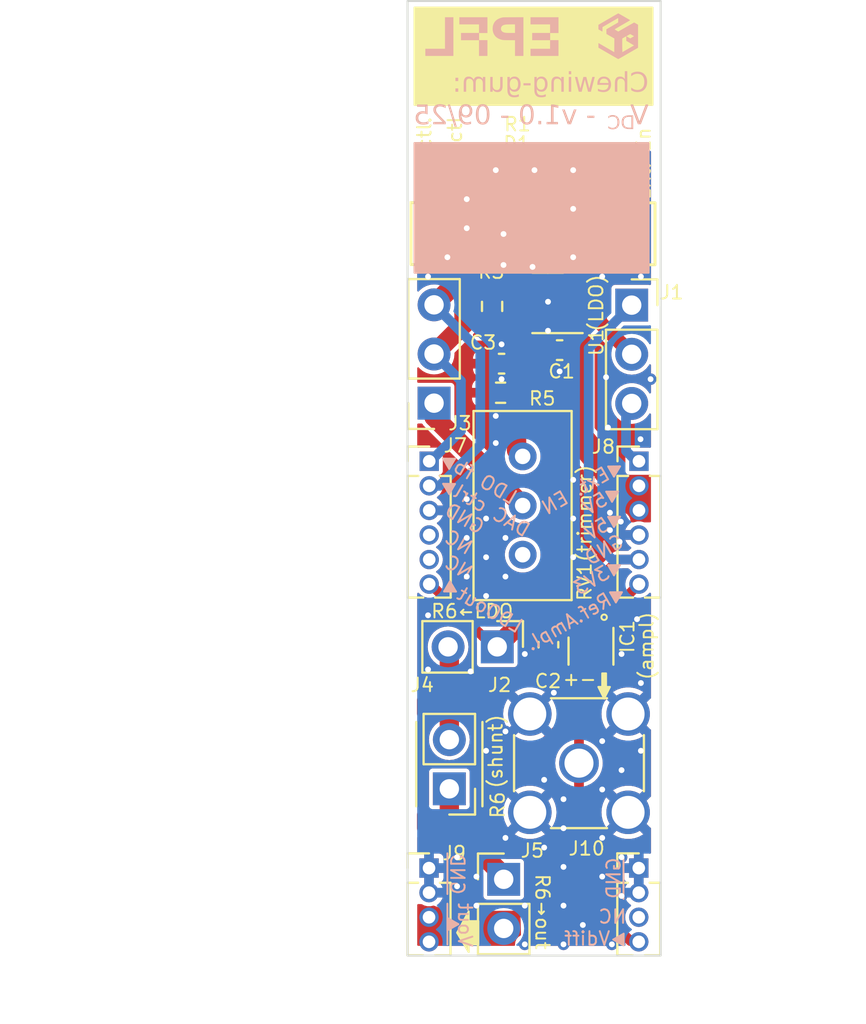
<source format=kicad_pcb>
(kicad_pcb (version 20240108) (generator "pcbnew") (generator_version "8.0")
  (layers (0 "F.Cu" signal) (31 "B.Cu" signal) (34 "B.Paste" user) (35 "F.Paste" user) (36 "B.SilkS" user "B.Silkscreen") (37 "F.SilkS" user "F.Silkscreen") (38 "B.Mask" user) (39 "F.Mask" user) (44 "Edge.Cuts" user))
  (net 0 "")
  (net 1 "GND")
  (net 2 "Net-(D1-K)")
  (net 3 "Net-(D1-A)")
  (net 4 "/5V")
  (net 5 "/REF_INA")
  (net 6 "/3V3")
  (net 7 "/LDO_EN_EXT")
  (net 8 "Net-(J3-Pin_1)")
  (net 9 "Net-(R5-Pad1)")
  (net 13 "/V_ldo_out")
  (net 14 "/V_out_test_p")
  (net 15 "/V_out")
  (net 16 "/V_out_test_n")
  (net 17 "/V_diff_ampl_out")
  (net 18 "unconnected-(J10-Pin_3-Pad3)")
  (net 19 "/V_ldo_feedback")
  (net 20 "/DAC_ctrl")
  (footprint "Package_TO_SOT_SMD:SOT-23-5" (layer "F.Cu") (at 141.19 72.86 180)
    (property "Reference" "U1" (at -2.51 -2.04 -90) (layer "F.SilkS") (effects (font (size 0.7 0.7) (thickness 0.1))))
    (property "Value" "TLV75801PDBV")
    (pad "1" smd roundrect (at -1.1375 -0.95 180) (size 1.325 0.6) (layers "F.Cu" "F.Paste" "F.Mask") (net 4 "/5V"))
    (pad "2" smd roundrect (at -1.1375 0 180) (size 1.325 0.6) (layers "F.Cu" "F.Paste" "F.Mask") (net 1 "GND"))
    (pad "3" smd roundrect (at -1.1375 0.95 180) (size 1.325 0.6) (layers "F.Cu" "F.Paste" "F.Mask") (net 3 "Net-(D1-A)"))
    (pad "4" smd roundrect (at 1.1375 0.95 180) (size 1.325 0.6) (layers "F.Cu" "F.Paste" "F.Mask") (net 19 "/V_ldo_feedback"))
    (pad "5" smd roundrect (at 1.1375 -0.95 180) (size 1.325 0.6) (layers "F.Cu" "F.Paste" "F.Mask") (net 13 "/V_ldo_out"))
  )
  (footprint "Connector_PinHeader_1.27mm:PinHeader_1x06_P1.27mm_Vertical" (layer "F.Cu") (at 145.9 81.04)
    (property "Reference" "J8" (at -1.84 -0.75 0) (layer "F.SilkS") (effects (font (size 0.7 0.7) (thickness 0.1))))
    (property "Value" "Conn_01x06")
    (pad "1" thru_hole rect (at 0 0) (size 1 1) (drill 0.65) (layers "*.Cu" "*.Mask" "In1.Cu" "In2.Cu" "In3.Cu" "In4.Cu" "In5.Cu" "In6.Cu" "In7.Cu" "In8.Cu" "In9.Cu" "In10.Cu" "In11.Cu" "In12.Cu" "In13.Cu" "In14.Cu" "In15.Cu" "In16.Cu" "In17.Cu" "In18.Cu" "In19.Cu" "In20.Cu" "In21.Cu" "In22.Cu" "In23.Cu" "In24.Cu" "In25.Cu" "In26.Cu" "In27.Cu" "In28.Cu" "In29.Cu" "In30.Cu") (net 7 "/LDO_EN_EXT"))
    (pad "2" thru_hole oval (at 0 1.27) (size 1 1) (drill 0.65) (layers "*.Cu" "*.Mask" "In1.Cu" "In2.Cu" "In3.Cu" "In4.Cu" "In5.Cu" "In6.Cu" "In7.Cu" "In8.Cu" "In9.Cu" "In10.Cu" "In11.Cu" "In12.Cu" "In13.Cu" "In14.Cu" "In15.Cu" "In16.Cu" "In17.Cu" "In18.Cu" "In19.Cu" "In20.Cu" "In21.Cu" "In22.Cu" "In23.Cu" "In24.Cu" "In25.Cu" "In26.Cu" "In27.Cu" "In28.Cu" "In29.Cu" "In30.Cu") (net 4 "/5V"))
    (pad "3" thru_hole oval (at 0 2.54) (size 1 1) (drill 0.65) (layers "*.Cu" "*.Mask" "In1.Cu" "In2.Cu" "In3.Cu" "In4.Cu" "In5.Cu" "In6.Cu" "In7.Cu" "In8.Cu" "In9.Cu" "In10.Cu" "In11.Cu" "In12.Cu" "In13.Cu" "In14.Cu" "In15.Cu" "In16.Cu" "In17.Cu" "In18.Cu" "In19.Cu" "In20.Cu" "In21.Cu" "In22.Cu" "In23.Cu" "In24.Cu" "In25.Cu" "In26.Cu" "In27.Cu" "In28.Cu" "In29.Cu" "In30.Cu") (net 4 "/5V"))
    (pad "4" thru_hole oval (at 0 3.81) (size 1 1) (drill 0.65) (layers "*.Cu" "*.Mask" "In1.Cu" "In2.Cu" "In3.Cu" "In4.Cu" "In5.Cu" "In6.Cu" "In7.Cu" "In8.Cu" "In9.Cu" "In10.Cu" "In11.Cu" "In12.Cu" "In13.Cu" "In14.Cu" "In15.Cu" "In16.Cu" "In17.Cu" "In18.Cu" "In19.Cu" "In20.Cu" "In21.Cu" "In22.Cu" "In23.Cu" "In24.Cu" "In25.Cu" "In26.Cu" "In27.Cu" "In28.Cu" "In29.Cu" "In30.Cu") (net 1 "GND"))
    (pad "5" thru_hole oval (at 0 5.08) (size 1 1) (drill 0.65) (layers "*.Cu" "*.Mask" "In1.Cu" "In2.Cu" "In3.Cu" "In4.Cu" "In5.Cu" "In6.Cu" "In7.Cu" "In8.Cu" "In9.Cu" "In10.Cu" "In11.Cu" "In12.Cu" "In13.Cu" "In14.Cu" "In15.Cu" "In16.Cu" "In17.Cu" "In18.Cu" "In19.Cu" "In20.Cu" "In21.Cu" "In22.Cu" "In23.Cu" "In24.Cu" "In25.Cu" "In26.Cu" "In27.Cu" "In28.Cu" "In29.Cu" "In30.Cu") (net 6 "/3V3"))
    (pad "6" thru_hole oval (at 0 6.35) (size 1 1) (drill 0.65) (layers "*.Cu" "*.Mask" "In1.Cu" "In2.Cu" "In3.Cu" "In4.Cu" "In5.Cu" "In6.Cu" "In7.Cu" "In8.Cu" "In9.Cu" "In10.Cu" "In11.Cu" "In12.Cu" "In13.Cu" "In14.Cu" "In15.Cu" "In16.Cu" "In17.Cu" "In18.Cu" "In19.Cu" "In20.Cu" "In21.Cu" "In22.Cu" "In23.Cu" "In24.Cu" "In25.Cu" "In26.Cu" "In27.Cu" "In28.Cu" "In29.Cu" "In30.Cu") (net 5 "/REF_INA"))
  )
  (footprint "Potentiometer_THT:Potentiometer_Bourns_3296W_Vertical" (layer "F.Cu") (at 139.89 85.87 -90)
    (property "Reference" "RV1" (at 1.4 -3.2 90) (layer "F.SilkS") (effects (font (size 0.7 0.7) (thickness 0.1))))
    (property "Value" "500K")
    (pad "1" thru_hole circle (at 0 0 270) (size 1.44 1.44) (drill 0.8) (layers "*.Cu" "*.Mask" "In1.Cu" "In2.Cu" "In3.Cu" "In4.Cu" "In5.Cu" "In6.Cu" "In7.Cu" "In8.Cu" "In9.Cu" "In10.Cu" "In11.Cu" "In12.Cu" "In13.Cu" "In14.Cu" "In15.Cu" "In16.Cu" "In17.Cu" "In18.Cu" "In19.Cu" "In20.Cu" "In21.Cu" "In22.Cu" "In23.Cu" "In24.Cu" "In25.Cu" "In26.Cu" "In27.Cu" "In28.Cu" "In29.Cu" "In30.Cu"))
    (pad "2" thru_hole circle (at -2.54 0 270) (size 1.44 1.44) (drill 0.8) (layers "*.Cu" "*.Mask" "In1.Cu" "In2.Cu" "In3.Cu" "In4.Cu" "In5.Cu" "In6.Cu" "In7.Cu" "In8.Cu" "In9.Cu" "In10.Cu" "In11.Cu" "In12.Cu" "In13.Cu" "In14.Cu" "In15.Cu" "In16.Cu" "In17.Cu" "In18.Cu" "In19.Cu" "In20.Cu" "In21.Cu" "In22.Cu" "In23.Cu" "In24.Cu" "In25.Cu" "In26.Cu" "In27.Cu" "In28.Cu" "In29.Cu" "In30.Cu") (net 8 "Net-(J3-Pin_1)"))
    (pad "3" thru_hole circle (at -5.08 0 270) (size 1.44 1.44) (drill 0.8) (layers "*.Cu" "*.Mask" "In1.Cu" "In2.Cu" "In3.Cu" "In4.Cu" "In5.Cu" "In6.Cu" "In7.Cu" "In8.Cu" "In9.Cu" "In10.Cu" "In11.Cu" "In12.Cu" "In13.Cu" "In14.Cu" "In15.Cu" "In16.Cu" "In17.Cu" "In18.Cu" "In19.Cu" "In20.Cu" "In21.Cu" "In22.Cu" "In23.Cu" "In24.Cu" "In25.Cu" "In26.Cu" "In27.Cu" "In28.Cu" "In29.Cu" "In30.Cu") (net 9 "Net-(R5-Pad1)"))
  )
  (footprint "Resistor_SMD:R_0603_1608Metric" (layer "F.Cu") (at 138.75 77.5 180)
    (property "Reference" "R5" (at -2.15 -0.3 180) (layer "F.SilkS") (effects (font (size 0.7 0.7) (thickness 0.1))))
    (property "Value" "36k")
    (pad "1" smd roundrect (at -0.825 0 180) (size 0.8 0.95) (layers "F.Cu" "F.Paste" "F.Mask") (net 9 "Net-(R5-Pad1)"))
    (pad "2" smd roundrect (at 0.825 0 180) (size 0.8 0.95) (layers "F.Cu" "F.Paste" "F.Mask") (net 1 "GND"))
  )
  (footprint "Resistor_SMD:R_2512_6332Metric" (layer "F.Cu") (at 136.1 96.69 90)
    (property "Reference" "R6" (at -2.11 2.5 -90) (layer "F.SilkS") (effects (font (size 0.7 0.7) (thickness 0.1))))
    (property "Value" "0.02")
    (pad "1" smd roundrect (at -2.9625 0 90) (size 1.225 3.35) (layers "F.Cu" "F.Paste" "F.Mask") (roundrect_rratio 0.2040816327) (net 16 "/V_out_test_n"))
    (pad "2" smd roundrect (at 2.9625 0 90) (size 1.225 3.35) (layers "F.Cu" "F.Paste" "F.Mask") (roundrect_rratio 0.2040816327) (net 14 "/V_out_test_p"))
  )
  (footprint "Resistor_SMD:R_0603_1608Metric" (layer "F.Cu") (at 138.31 73.04 -90)
    (property "Reference" "R3" (at -1.79 0.04 0) (layer "F.SilkS") (effects (font (size 0.7 0.7) (thickness 0.1))))
    (property "Value" "46k4")
    (pad "1" smd roundrect (at -0.825 0 270) (size 0.8 0.95) (layers "F.Cu" "F.Paste" "F.Mask") (net 19 "/V_ldo_feedback"))
    (pad "2" smd roundrect (at 0.825 0 270) (size 0.8 0.95) (layers "F.Cu" "F.Paste" "F.Mask") (net 13 "/V_ldo_out"))
  )
  (footprint "Resistor_SMD:R_0603_1608Metric" (layer "F.Cu") (at 140.52 67)
    (property "Reference" "R1" (at -0.9 -3.37 180) (layer "F.SilkS") (effects (font (size 0.7 0.7) (thickness 0.1))))
    (property "Value" "1k")
    (pad "1" smd roundrect (at -0.825 0) (size 0.8 0.95) (layers "F.Cu" "F.Paste" "F.Mask") (net 2 "Net-(D1-K)"))
    (pad "2" smd roundrect (at 0.825 0) (size 0.8 0.95) (layers "F.Cu" "F.Paste" "F.Mask") (net 1 "GND"))
  )
  (footprint "Connector_Coaxial:SMA_Amphenol_901-144_Vertical" (layer "F.Cu") (at 142.8 96.64)
    (property "Reference" "J2" (at -4.1 -4.04 0) (layer "F.SilkS") (effects (font (size 0.7 0.7) (thickness 0.1))))
    (property "Value" "Conn_Coaxial")
    (pad "1" thru_hole circle (at 0 0) (size 2.05 2.05) (drill 1.5) (layers "*.Cu" "*.Mask" "In1.Cu" "In2.Cu" "In3.Cu" "In4.Cu" "In5.Cu" "In6.Cu" "In7.Cu" "In8.Cu" "In9.Cu" "In10.Cu" "In11.Cu" "In12.Cu" "In13.Cu" "In14.Cu" "In15.Cu" "In16.Cu" "In17.Cu" "In18.Cu" "In19.Cu" "In20.Cu" "In21.Cu" "In22.Cu" "In23.Cu" "In24.Cu" "In25.Cu" "In26.Cu" "In27.Cu" "In28.Cu" "In29.Cu" "In30.Cu") (net 17 "/V_diff_ampl_out"))
    (pad "2" thru_hole circle (at -2.54 -2.54) (size 2.25 2.25) (drill 1.7) (layers "*.Cu" "*.Mask" "In1.Cu" "In2.Cu" "In3.Cu" "In4.Cu" "In5.Cu" "In6.Cu" "In7.Cu" "In8.Cu" "In9.Cu" "In10.Cu" "In11.Cu" "In12.Cu" "In13.Cu" "In14.Cu" "In15.Cu" "In16.Cu" "In17.Cu" "In18.Cu" "In19.Cu" "In20.Cu" "In21.Cu" "In22.Cu" "In23.Cu" "In24.Cu" "In25.Cu" "In26.Cu" "In27.Cu" "In28.Cu" "In29.Cu" "In30.Cu") (net 1 "GND"))
    (pad "2" thru_hole circle (at -2.54 2.54) (size 2.25 2.25) (drill 1.7) (layers "*.Cu" "*.Mask" "In1.Cu" "In2.Cu" "In3.Cu" "In4.Cu" "In5.Cu" "In6.Cu" "In7.Cu" "In8.Cu" "In9.Cu" "In10.Cu" "In11.Cu" "In12.Cu" "In13.Cu" "In14.Cu" "In15.Cu" "In16.Cu" "In17.Cu" "In18.Cu" "In19.Cu" "In20.Cu" "In21.Cu" "In22.Cu" "In23.Cu" "In24.Cu" "In25.Cu" "In26.Cu" "In27.Cu" "In28.Cu" "In29.Cu" "In30.Cu") (net 1 "GND"))
    (pad "2" thru_hole circle (at 2.54 -2.54) (size 2.25 2.25) (drill 1.7) (layers "*.Cu" "*.Mask" "In1.Cu" "In2.Cu" "In3.Cu" "In4.Cu" "In5.Cu" "In6.Cu" "In7.Cu" "In8.Cu" "In9.Cu" "In10.Cu" "In11.Cu" "In12.Cu" "In13.Cu" "In14.Cu" "In15.Cu" "In16.Cu" "In17.Cu" "In18.Cu" "In19.Cu" "In20.Cu" "In21.Cu" "In22.Cu" "In23.Cu" "In24.Cu" "In25.Cu" "In26.Cu" "In27.Cu" "In28.Cu" "In29.Cu" "In30.Cu") (net 1 "GND"))
    (pad "2" thru_hole circle (at 2.54 2.54) (size 2.25 2.25) (drill 1.7) (layers "*.Cu" "*.Mask" "In1.Cu" "In2.Cu" "In3.Cu" "In4.Cu" "In5.Cu" "In6.Cu" "In7.Cu" "In8.Cu" "In9.Cu" "In10.Cu" "In11.Cu" "In12.Cu" "In13.Cu" "In14.Cu" "In15.Cu" "In16.Cu" "In17.Cu" "In18.Cu" "In19.Cu" "In20.Cu" "In21.Cu" "In22.Cu" "In23.Cu" "In24.Cu" "In25.Cu" "In26.Cu" "In27.Cu" "In28.Cu" "In29.Cu" "In30.Cu") (net 1 "GND"))
  )
  (footprint "Capacitor_SMD:C_0603_1608Metric" (layer "F.Cu") (at 138.8 76 180)
    (property "Reference" "C3" (at 0.96 1.09 180) (layer "F.SilkS") (effects (font (size 0.7 0.7) (thickness 0.1))))
    (property "Value" "22u")
    (pad "1" smd roundrect (at -0.775 0 180) (size 0.9 0.95) (layers "F.Cu" "F.Paste" "F.Mask") (net 13 "/V_ldo_out"))
    (pad "2" smd roundrect (at 0.775 0 180) (size 0.9 0.95) (layers "F.Cu" "F.Paste" "F.Mask") (net 1 "GND"))
  )
  (footprint "Package_TO_SOT_SMD:SOT-363_SC-70-6" (layer "F.Cu") (at 143.42 90.85 -90)
    (property "Reference" "IC1" (at -0.75 -1.88 -90) (layer "F.SilkS") (effects (font (size 0.7 0.7) (thickness 0.1))))
    (property "Value" "INA212AIDCKR")
    (pad "1" smd rect (at -0.95 -0.65 270) (size 0.65 0.4) (layers "F.Cu" "F.Paste" "F.Mask") (net 5 "/REF_INA"))
    (pad "2" smd rect (at -0.949999 0 270) (size 0.65 0.4) (layers "F.Cu" "F.Paste" "F.Mask") (net 1 "GND"))
    (pad "3" smd rect (at -0.95 0.65 270) (size 0.65 0.4) (layers "F.Cu" "F.Paste" "F.Mask") (net 6 "/3V3"))
    (pad "4" smd rect (at 0.95 0.65 270) (size 0.65 0.4) (layers "F.Cu" "F.Paste" "F.Mask") (net 14 "/V_out_test_p"))
    (pad "5" smd rect (at 0.949999 0 270) (size 0.65 0.4) (layers "F.Cu" "F.Paste" "F.Mask") (net 16 "/V_out_test_n"))
    (pad "6" smd rect (at 0.95 -0.65 270) (size 0.65 0.4) (layers "F.Cu" "F.Paste" "F.Mask") (net 17 "/V_diff_ampl_out"))
  )
  (footprint "Capacitor_SMD:C_0603_1608Metric" (layer "F.Cu") (at 141.22 90.52 -90)
    (property "Reference" "C2" (at 1.88 0.02 0) (layer "F.SilkS") (effects (font (size 0.7 0.7) (thickness 0.1))))
    (property "Value" "0.1u")
    (pad "1" smd roundrect (at -0.775 0 270) (size 0.9 0.95) (layers "F.Cu" "F.Paste" "F.Mask") (net 6 "/3V3"))
    (pad "2" smd roundrect (at 0.775 0 270) (size 0.9 0.95) (layers "F.Cu" "F.Paste" "F.Mask") (net 1 "GND"))
  )
  (footprint "Connector_PinSocket_2.54mm:PinSocket_1x03_P2.54mm_Vertical" (layer "F.Cu") (at 145.525 72.975)
    (property "Reference" "J1" (at 2.07 -0.66 360) (layer "F.SilkS") (effects (font (size 0.7 0.7) (thickness 0.1))))
    (property "Value" "Conn_01x03")
    (pad "1" thru_hole rect (at 0 0) (size 1.7 1.7) (drill 1) (layers "*.Cu" "*.Mask" "In1.Cu" "In2.Cu" "In3.Cu" "In4.Cu" "In5.Cu" "In6.Cu" "In7.Cu" "In8.Cu" "In9.Cu" "In10.Cu" "In11.Cu" "In12.Cu" "In13.Cu" "In14.Cu" "In15.Cu" "In16.Cu" "In17.Cu" "In18.Cu" "In19.Cu" "In20.Cu" "In21.Cu" "In22.Cu" "In23.Cu" "In24.Cu" "In25.Cu" "In26.Cu" "In27.Cu" "In28.Cu" "In29.Cu" "In30.Cu") (net 6 "/3V3"))
    (pad "2" thru_hole oval (at 0 2.54) (size 1.7 1.7) (drill 1) (layers "*.Cu" "*.Mask" "In1.Cu" "In2.Cu" "In3.Cu" "In4.Cu" "In5.Cu" "In6.Cu" "In7.Cu" "In8.Cu" "In9.Cu" "In10.Cu" "In11.Cu" "In12.Cu" "In13.Cu" "In14.Cu" "In15.Cu" "In16.Cu" "In17.Cu" "In18.Cu" "In19.Cu" "In20.Cu" "In21.Cu" "In22.Cu" "In23.Cu" "In24.Cu" "In25.Cu" "In26.Cu" "In27.Cu" "In28.Cu" "In29.Cu" "In30.Cu") (net 3 "Net-(D1-A)"))
    (pad "3" thru_hole oval (at 0 5.08) (size 1.7 1.7) (drill 1) (layers "*.Cu" "*.Mask" "In1.Cu" "In2.Cu" "In3.Cu" "In4.Cu" "In5.Cu" "In6.Cu" "In7.Cu" "In8.Cu" "In9.Cu" "In10.Cu" "In11.Cu" "In12.Cu" "In13.Cu" "In14.Cu" "In15.Cu" "In16.Cu" "In17.Cu" "In18.Cu" "In19.Cu" "In20.Cu" "In21.Cu" "In22.Cu" "In23.Cu" "In24.Cu" "In25.Cu" "In26.Cu" "In27.Cu" "In28.Cu" "In29.Cu" "In30.Cu") (net 7 "/LDO_EN_EXT"))
  )
  (footprint "Connector_PinHeader_2.54mm:PinHeader_1x02_P2.54mm_Vertical" (layer "F.Cu") (at 138.575 90.63 -90)
    (property "Reference" "J4" (at 1.97 3.875 0) (layer "F.SilkS") (effects (font (size 0.7 0.7) (thickness 0.1))))
    (property "Value" "Conn_02x01")
    (pad "1" thru_hole rect (at 0 0 270) (size 1.7 1.7) (drill 1) (layers "*.Cu" "*.Mask" "In1.Cu" "In2.Cu" "In3.Cu" "In4.Cu" "In5.Cu" "In6.Cu" "In7.Cu" "In8.Cu" "In9.Cu" "In10.Cu" "In11.Cu" "In12.Cu" "In13.Cu" "In14.Cu" "In15.Cu" "In16.Cu" "In17.Cu" "In18.Cu" "In19.Cu" "In20.Cu" "In21.Cu" "In22.Cu" "In23.Cu" "In24.Cu" "In25.Cu" "In26.Cu" "In27.Cu" "In28.Cu" "In29.Cu" "In30.Cu") (net 13 "/V_ldo_out"))
    (pad "2" thru_hole oval (at 0 2.54 270) (size 1.7 1.7) (drill 1) (layers "*.Cu" "*.Mask" "In1.Cu" "In2.Cu" "In3.Cu" "In4.Cu" "In5.Cu" "In6.Cu" "In7.Cu" "In8.Cu" "In9.Cu" "In10.Cu" "In11.Cu" "In12.Cu" "In13.Cu" "In14.Cu" "In15.Cu" "In16.Cu" "In17.Cu" "In18.Cu" "In19.Cu" "In20.Cu" "In21.Cu" "In22.Cu" "In23.Cu" "In24.Cu" "In25.Cu" "In26.Cu" "In27.Cu" "In28.Cu" "In29.Cu" "In30.Cu") (net 14 "/V_out_test_p"))
  )
  (footprint "Resistor_SMD:R_0603_1608Metric" (layer "F.Cu") (at 140.48 70.19 180)
    (property "Reference" "R2" (at 0.9 4.51 180) (layer "F.SilkS") (effects (font (size 0.7 0.7) (thickness 0.1))))
    (property "Value" "10k")
    (pad "1" smd roundrect (at -0.825 0 180) (size 0.8 0.95) (layers "F.Cu" "F.Paste" "F.Mask") (net 3 "Net-(D1-A)"))
    (pad "2" smd roundrect (at 0.825 0 180) (size 0.8 0.95) (layers "F.Cu" "F.Paste" "F.Mask") (net 1 "GND"))
  )
  (footprint "Connector_PinHeader_1.27mm:PinHeader_1x04_P1.27mm_Vertical" (layer "F.Cu") (at 145.89 102.06)
    (property "Reference" "J10" (at -2.69 -1.01 0) (layer "F.SilkS") (effects (font (size 0.7 0.7) (thickness 0.1))))
    (property "Value" "Conn_01x04")
    (pad "1" thru_hole rect (at 0 0) (size 1 1) (drill 0.65) (layers "*.Cu" "*.Mask" "In1.Cu" "In2.Cu" "In3.Cu" "In4.Cu" "In5.Cu" "In6.Cu" "In7.Cu" "In8.Cu" "In9.Cu" "In10.Cu" "In11.Cu" "In12.Cu" "In13.Cu" "In14.Cu" "In15.Cu" "In16.Cu" "In17.Cu" "In18.Cu" "In19.Cu" "In20.Cu" "In21.Cu" "In22.Cu" "In23.Cu" "In24.Cu" "In25.Cu" "In26.Cu" "In27.Cu" "In28.Cu" "In29.Cu" "In30.Cu") (net 1 "GND"))
    (pad "2" thru_hole oval (at 0 1.27) (size 1 1) (drill 0.65) (layers "*.Cu" "*.Mask" "In1.Cu" "In2.Cu" "In3.Cu" "In4.Cu" "In5.Cu" "In6.Cu" "In7.Cu" "In8.Cu" "In9.Cu" "In10.Cu" "In11.Cu" "In12.Cu" "In13.Cu" "In14.Cu" "In15.Cu" "In16.Cu" "In17.Cu" "In18.Cu" "In19.Cu" "In20.Cu" "In21.Cu" "In22.Cu" "In23.Cu" "In24.Cu" "In25.Cu" "In26.Cu" "In27.Cu" "In28.Cu" "In29.Cu" "In30.Cu") (net 1 "GND"))
    (pad "3" thru_hole oval (at 0 2.54) (size 1 1) (drill 0.65) (layers "*.Cu" "*.Mask" "In1.Cu" "In2.Cu" "In3.Cu" "In4.Cu" "In5.Cu" "In6.Cu" "In7.Cu" "In8.Cu" "In9.Cu" "In10.Cu" "In11.Cu" "In12.Cu" "In13.Cu" "In14.Cu" "In15.Cu" "In16.Cu" "In17.Cu" "In18.Cu" "In19.Cu" "In20.Cu" "In21.Cu" "In22.Cu" "In23.Cu" "In24.Cu" "In25.Cu" "In26.Cu" "In27.Cu" "In28.Cu" "In29.Cu" "In30.Cu") (net 18 "unconnected-(J10-Pin_3-Pad3)"))
    (pad "4" thru_hole oval (at 0 3.81) (size 1 1) (drill 0.65) (layers "*.Cu" "*.Mask" "In1.Cu" "In2.Cu" "In3.Cu" "In4.Cu" "In5.Cu" "In6.Cu" "In7.Cu" "In8.Cu" "In9.Cu" "In10.Cu" "In11.Cu" "In12.Cu" "In13.Cu" "In14.Cu" "In15.Cu" "In16.Cu" "In17.Cu" "In18.Cu" "In19.Cu" "In20.Cu" "In21.Cu" "In22.Cu" "In23.Cu" "In24.Cu" "In25.Cu" "In26.Cu" "In27.Cu" "In28.Cu" "In29.Cu" "In30.Cu") (net 17 "/V_diff_ampl_out"))
  )
  (footprint "Connector_PinSocket_2.54mm:PinSocket_1x03_P2.54mm_Vertical" (layer "F.Cu") (at 135.31 78.04 180)
    (property "Reference" "J3" (at -1.34 -1.04 0) (layer "F.SilkS") (effects (font (size 0.7 0.7) (thickness 0.1))))
    (property "Value" "Conn_01x03")
    (pad "1" thru_hole rect (at 0 0 180) (size 1.7 1.7) (drill 1) (layers "*.Cu" "*.Mask" "In1.Cu" "In2.Cu" "In3.Cu" "In4.Cu" "In5.Cu" "In6.Cu" "In7.Cu" "In8.Cu" "In9.Cu" "In10.Cu" "In11.Cu" "In12.Cu" "In13.Cu" "In14.Cu" "In15.Cu" "In16.Cu" "In17.Cu" "In18.Cu" "In19.Cu" "In20.Cu" "In21.Cu" "In22.Cu" "In23.Cu" "In24.Cu" "In25.Cu" "In26.Cu" "In27.Cu" "In28.Cu" "In29.Cu" "In30.Cu") (net 8 "Net-(J3-Pin_1)"))
    (pad "2" thru_hole oval (at 0 2.54 180) (size 1.7 1.7) (drill 1) (layers "*.Cu" "*.Mask" "In1.Cu" "In2.Cu" "In3.Cu" "In4.Cu" "In5.Cu" "In6.Cu" "In7.Cu" "In8.Cu" "In9.Cu" "In10.Cu" "In11.Cu" "In12.Cu" "In13.Cu" "In14.Cu" "In15.Cu" "In16.Cu" "In17.Cu" "In18.Cu" "In19.Cu" "In20.Cu" "In21.Cu" "In22.Cu" "In23.Cu" "In24.Cu" "In25.Cu" "In26.Cu" "In27.Cu" "In28.Cu" "In29.Cu" "In30.Cu") (net 19 "/V_ldo_feedback"))
    (pad "3" thru_hole oval (at 0 5.08 180) (size 1.7 1.7) (drill 1) (layers "*.Cu" "*.Mask" "In1.Cu" "In2.Cu" "In3.Cu" "In4.Cu" "In5.Cu" "In6.Cu" "In7.Cu" "In8.Cu" "In9.Cu" "In10.Cu" "In11.Cu" "In12.Cu" "In13.Cu" "In14.Cu" "In15.Cu" "In16.Cu" "In17.Cu" "In18.Cu" "In19.Cu" "In20.Cu" "In21.Cu" "In22.Cu" "In23.Cu" "In24.Cu" "In25.Cu" "In26.Cu" "In27.Cu" "In28.Cu" "In29.Cu" "In30.Cu") (net 20 "/DAC_ctrl"))
  )
  (footprint "Resistor_SMD:R_0603_1608Metric" (layer "F.Cu") (at 138.1 69.19 90)
    (property "Reference" "R4" (at 1.96 0.02 0) (layer "F.SilkS") (effects (font (size 0.7 0.7) (thickness 0.1))))
    (property "Value" "48.7k")
    (pad "1" smd roundrect (at -0.825 0 90) (size 0.8 0.95) (layers "F.Cu" "F.Paste" "F.Mask") (net 20 "/DAC_ctrl"))
    (pad "2" smd roundrect (at 0.825 0 90) (size 0.8 0.95) (layers "F.Cu" "F.Paste" "F.Mask") (net 1 "GND"))
  )
  (footprint "Capacitor_SMD:C_0603_1608Metric" (layer "F.Cu") (at 141.8 75.3 180)
    (property "Reference" "C1" (at -0.1 -1.1 180) (layer "F.SilkS") (effects (font (size 0.7 0.7) (thickness 0.1))))
    (property "Value" "10u")
    (pad "1" smd roundrect (at -0.775 0 180) (size 0.9 0.95) (layers "F.Cu" "F.Paste" "F.Mask") (net 4 "/5V"))
    (pad "2" smd roundrect (at 0.775 0 180) (size 0.9 0.95) (layers "F.Cu" "F.Paste" "F.Mask") (net 1 "GND"))
  )
  (footprint "Connector_PinHeader_2.54mm:PinHeader_1x02_P2.54mm_Vertical" (layer "F.Cu") (at 138.91 102.64)
    (property "Reference" "J5" (at 1.48 -1.48 180) (layer "F.SilkS") (effects (font (size 0.7 0.7) (thickness 0.1))))
    (property "Value" "Conn_02x01")
    (pad "1" thru_hole rect (at 0 0) (size 1.7 1.7) (drill 1) (layers "*.Cu" "*.Mask" "In1.Cu" "In2.Cu" "In3.Cu" "In4.Cu" "In5.Cu" "In6.Cu" "In7.Cu" "In8.Cu" "In9.Cu" "In10.Cu" "In11.Cu" "In12.Cu" "In13.Cu" "In14.Cu" "In15.Cu" "In16.Cu" "In17.Cu" "In18.Cu" "In19.Cu" "In20.Cu" "In21.Cu" "In22.Cu" "In23.Cu" "In24.Cu" "In25.Cu" "In26.Cu" "In27.Cu" "In28.Cu" "In29.Cu" "In30.Cu") (net 16 "/V_out_test_n"))
    (pad "2" thru_hole oval (at 0 2.54) (size 1.7 1.7) (drill 1) (layers "*.Cu" "*.Mask" "In1.Cu" "In2.Cu" "In3.Cu" "In4.Cu" "In5.Cu" "In6.Cu" "In7.Cu" "In8.Cu" "In9.Cu" "In10.Cu" "In11.Cu" "In12.Cu" "In13.Cu" "In14.Cu" "In15.Cu" "In16.Cu" "In17.Cu" "In18.Cu" "In19.Cu" "In20.Cu" "In21.Cu" "In22.Cu" "In23.Cu" "In24.Cu" "In25.Cu" "In26.Cu" "In27.Cu" "In28.Cu" "In29.Cu" "In30.Cu") (net 15 "/V_out"))
  )
  (footprint "Connector_PinHeader_1.27mm:PinHeader_1x04_P1.27mm_Vertical" (layer "F.Cu") (at 135.05 102.06)
    (property "Reference" "J9" (at 1.31 -0.77 0) (layer "F.SilkS") (effects (font (size 0.7 0.7) (thickness 0.1))))
    (property "Value" "Conn_01x04")
    (pad "1" thru_hole rect (at 0 0) (size 1 1) (drill 0.65) (layers "*.Cu" "*.Mask" "In1.Cu" "In2.Cu" "In3.Cu" "In4.Cu" "In5.Cu" "In6.Cu" "In7.Cu" "In8.Cu" "In9.Cu" "In10.Cu" "In11.Cu" "In12.Cu" "In13.Cu" "In14.Cu" "In15.Cu" "In16.Cu" "In17.Cu" "In18.Cu" "In19.Cu" "In20.Cu" "In21.Cu" "In22.Cu" "In23.Cu" "In24.Cu" "In25.Cu" "In26.Cu" "In27.Cu" "In28.Cu" "In29.Cu" "In30.Cu") (net 1 "GND"))
    (pad "2" thru_hole oval (at 0 1.27) (size 1 1) (drill 0.65) (layers "*.Cu" "*.Mask" "In1.Cu" "In2.Cu" "In3.Cu" "In4.Cu" "In5.Cu" "In6.Cu" "In7.Cu" "In8.Cu" "In9.Cu" "In10.Cu" "In11.Cu" "In12.Cu" "In13.Cu" "In14.Cu" "In15.Cu" "In16.Cu" "In17.Cu" "In18.Cu" "In19.Cu" "In20.Cu" "In21.Cu" "In22.Cu" "In23.Cu" "In24.Cu" "In25.Cu" "In26.Cu" "In27.Cu" "In28.Cu" "In29.Cu" "In30.Cu") (net 1 "GND"))
    (pad "3" thru_hole oval (at 0 2.54) (size 1 1) (drill 0.65) (layers "*.Cu" "*.Mask" "In1.Cu" "In2.Cu" "In3.Cu" "In4.Cu" "In5.Cu" "In6.Cu" "In7.Cu" "In8.Cu" "In9.Cu" "In10.Cu" "In11.Cu" "In12.Cu" "In13.Cu" "In14.Cu" "In15.Cu" "In16.Cu" "In17.Cu" "In18.Cu" "In19.Cu" "In20.Cu" "In21.Cu" "In22.Cu" "In23.Cu" "In24.Cu" "In25.Cu" "In26.Cu" "In27.Cu" "In28.Cu" "In29.Cu" "In30.Cu") (net 15 "/V_out"))
    (pad "4" thru_hole oval (at 0 3.81) (size 1 1) (drill 0.65) (layers "*.Cu" "*.Mask" "In1.Cu" "In2.Cu" "In3.Cu" "In4.Cu" "In5.Cu" "In6.Cu" "In7.Cu" "In8.Cu" "In9.Cu" "In10.Cu" "In11.Cu" "In12.Cu" "In13.Cu" "In14.Cu" "In15.Cu" "In16.Cu" "In17.Cu" "In18.Cu" "In19.Cu" "In20.Cu" "In21.Cu" "In22.Cu" "In23.Cu" "In24.Cu" "In25.Cu" "In26.Cu" "In27.Cu" "In28.Cu" "In29.Cu" "In30.Cu") (net 15 "/V_out"))
  )
  (footprint "LED_SMD:LED_0603_1608Metric" (layer "F.Cu") (at 140.5 68.62)
    (property "Reference" "D1" (at -0.92 -4 180) (layer "F.SilkS") (effects (font (size 0.7 0.7) (thickness 0.1))))
    (property "Value" "LED")
    (pad "1" smd roundrect (at -0.7875 0) (size 0.875 0.95) (layers "F.Cu" "F.Paste" "F.Mask") (net 2 "Net-(D1-K)"))
    (pad "2" smd roundrect (at 0.7875 0) (size 0.875 0.95) (layers "F.Cu" "F.Paste" "F.Mask") (net 3 "Net-(D1-A)"))
  )
  (footprint "Connector_PinHeader_2.54mm:PinHeader_1x02_P2.54mm_Vertical" (layer "F.Cu") (at 136.1 97.965 180)
    (property "Reference" "J11" (hide yes))
    (property "Value" "Conn_02x01")
    (pad "1" thru_hole rect (at 0 0 180) (size 1.7 1.7) (drill 1) (layers "*.Cu" "*.Mask" "In1.Cu" "In2.Cu" "In3.Cu" "In4.Cu" "In5.Cu" "In6.Cu" "In7.Cu" "In8.Cu" "In9.Cu" "In10.Cu" "In11.Cu" "In12.Cu" "In13.Cu" "In14.Cu" "In15.Cu" "In16.Cu" "In17.Cu" "In18.Cu" "In19.Cu" "In20.Cu" "In21.Cu" "In22.Cu" "In23.Cu" "In24.Cu" "In25.Cu" "In26.Cu" "In27.Cu" "In28.Cu" "In29.Cu" "In30.Cu") (net 16 "/V_out_test_n"))
    (pad "2" thru_hole oval (at 0 2.54 180) (size 1.7 1.7) (drill 1) (layers "*.Cu" "*.Mask" "In1.Cu" "In2.Cu" "In3.Cu" "In4.Cu" "In5.Cu" "In6.Cu" "In7.Cu" "In8.Cu" "In9.Cu" "In10.Cu" "In11.Cu" "In12.Cu" "In13.Cu" "In14.Cu" "In15.Cu" "In16.Cu" "In17.Cu" "In18.Cu" "In19.Cu" "In20.Cu" "In21.Cu" "In22.Cu" "In23.Cu" "In24.Cu" "In25.Cu" "In26.Cu" "In27.Cu" "In28.Cu" "In29.Cu" "In30.Cu") (net 14 "/V_out_test_p"))
  )
  (footprint "Connector_PinHeader_1.27mm:PinHeader_1x06_P1.27mm_Vertical" (layer "F.Cu") (at 135.06 81.04)
    (property "Reference" "J7" (at 1.35 -0.81 0) (layer "F.SilkS") (effects (font (size 0.7 0.7) (thickness 0.1))))
    (property "Value" "Conn_01x06")
    (pad "1" thru_hole rect (at 0 0) (size 1 1) (drill 0.65) (layers "*.Cu" "*.Mask" "In1.Cu" "In2.Cu" "In3.Cu" "In4.Cu" "In5.Cu" "In6.Cu" "In7.Cu" "In8.Cu" "In9.Cu" "In10.Cu" "In11.Cu" "In12.Cu" "In13.Cu" "In14.Cu" "In15.Cu" "In16.Cu" "In17.Cu" "In18.Cu" "In19.Cu" "In20.Cu" "In21.Cu" "In22.Cu" "In23.Cu" "In24.Cu" "In25.Cu" "In26.Cu" "In27.Cu" "In28.Cu" "In29.Cu" "In30.Cu") (net 19 "/V_ldo_feedback"))
    (pad "2" thru_hole oval (at 0 1.27) (size 1 1) (drill 0.65) (layers "*.Cu" "*.Mask" "In1.Cu" "In2.Cu" "In3.Cu" "In4.Cu" "In5.Cu" "In6.Cu" "In7.Cu" "In8.Cu" "In9.Cu" "In10.Cu" "In11.Cu" "In12.Cu" "In13.Cu" "In14.Cu" "In15.Cu" "In16.Cu" "In17.Cu" "In18.Cu" "In19.Cu" "In20.Cu" "In21.Cu" "In22.Cu" "In23.Cu" "In24.Cu" "In25.Cu" "In26.Cu" "In27.Cu" "In28.Cu" "In29.Cu" "In30.Cu") (net 20 "/DAC_ctrl"))
    (pad "3" thru_hole oval (at 0 2.54) (size 1 1) (drill 0.65) (layers "*.Cu" "*.Mask" "In1.Cu" "In2.Cu" "In3.Cu" "In4.Cu" "In5.Cu" "In6.Cu" "In7.Cu" "In8.Cu" "In9.Cu" "In10.Cu" "In11.Cu" "In12.Cu" "In13.Cu" "In14.Cu" "In15.Cu" "In16.Cu" "In17.Cu" "In18.Cu" "In19.Cu" "In20.Cu" "In21.Cu" "In22.Cu" "In23.Cu" "In24.Cu" "In25.Cu" "In26.Cu" "In27.Cu" "In28.Cu" "In29.Cu" "In30.Cu") (net 1 "GND"))
    (pad "4" thru_hole oval (at 0 3.81) (size 1 1) (drill 0.65) (layers "*.Cu" "*.Mask" "In1.Cu" "In2.Cu" "In3.Cu" "In4.Cu" "In5.Cu" "In6.Cu" "In7.Cu" "In8.Cu" "In9.Cu" "In10.Cu" "In11.Cu" "In12.Cu" "In13.Cu" "In14.Cu" "In15.Cu" "In16.Cu" "In17.Cu" "In18.Cu" "In19.Cu" "In20.Cu" "In21.Cu" "In22.Cu" "In23.Cu" "In24.Cu" "In25.Cu" "In26.Cu" "In27.Cu" "In28.Cu" "In29.Cu" "In30.Cu"))
    (pad "5" thru_hole oval (at 0 5.08) (size 1 1) (drill 0.65) (layers "*.Cu" "*.Mask" "In1.Cu" "In2.Cu" "In3.Cu" "In4.Cu" "In5.Cu" "In6.Cu" "In7.Cu" "In8.Cu" "In9.Cu" "In10.Cu" "In11.Cu" "In12.Cu" "In13.Cu" "In14.Cu" "In15.Cu" "In16.Cu" "In17.Cu" "In18.Cu" "In19.Cu" "In20.Cu" "In21.Cu" "In22.Cu" "In23.Cu" "In24.Cu" "In25.Cu" "In26.Cu" "In27.Cu" "In28.Cu" "In29.Cu" "In30.Cu"))
    (pad "6" thru_hole oval (at 0 6.35) (size 1 1) (drill 0.65) (layers "*.Cu" "*.Mask" "In1.Cu" "In2.Cu" "In3.Cu" "In4.Cu" "In5.Cu" "In6.Cu" "In7.Cu" "In8.Cu" "In9.Cu" "In10.Cu" "In11.Cu" "In12.Cu" "In13.Cu" "In14.Cu" "In15.Cu" "In16.Cu" "In17.Cu" "In18.Cu" "In19.Cu" "In20.Cu" "In21.Cu" "In22.Cu" "In23.Cu" "In24.Cu" "In25.Cu" "In26.Cu" "In27.Cu" "In28.Cu" "In29.Cu" "In30.Cu") (net 13 "/V_ldo_out"))
  )
  (footprint "heep_footprints:ESL_3x3" (layer "B.Cu") (at 144.8 59.1 180)
    (property "Reference" "G***" (hide yes))
    (property "Value" "LOGO" (hide yes))
  )
  (footprint "heep_footprints:EPFL_2x7" (layer "B.Cu") (at 138.3 59.1 180)
    (property "Reference" "G***" (hide yes))
    (property "Value" "LOGO" (hide yes))
  )
  (gr_line (start 145.1 103.65) (end 145.1 101.55) (stroke (width 0.1)) (layer "B.SilkS"))
  (gr_line (start 136 101.3) (end 136 103.4) (stroke (width 0.1)) (layer "B.SilkS"))
  (gr_line (start 136 103.9) (end 136 106) (stroke (width 0.1)) (layer "B.SilkS"))
  (gr_rect (start 134.3 64.6) (end 146.4 71.3) (stroke (width 0.1)) (fill solid) (layer "B.SilkS"))
  (gr_rect (start 144.28 69.04) (end 144.78 69.54) (stroke (width 0.15)) (fill none) (layer "F.SilkS"))
  (gr_rect (start 134.52 69.98) (end 135.02 70.48) (stroke (width 0.15)) (fill none) (layer "F.SilkS"))
  (gr_rect (start 142.71 69.12) (end 143.21 70.52) (stroke (width 0.15)) (fill solid) (layer "F.SilkS"))
  (gr_rect (start 134.12 67.68) (end 135.42 70.88) (stroke (width 0.15)) (fill none) (layer "F.SilkS"))
  (gr_rect (start 144.28 69.99) (end 144.78 70.49) (stroke (width 0.15)) (fill none) (layer "F.SilkS"))
  (gr_rect (start 135.78 67.69) (end 137.08 70.89) (stroke (width 0.15)) (fill none) (layer "F.SilkS"))
  (gr_circle (center 144.1 89.1) (end 144.2 89) (stroke (width 0.1)) (fill none) (layer "F.SilkS"))
  (gr_rect (start 134.3 57.6) (end 146.6 62.63) (stroke (width 0.1)) (fill solid) (layer "F.SilkS"))
  (gr_rect (start 145.86 68.11) (end 146.36 69.51) (stroke (width 0.15)) (fill solid) (layer "F.SilkS"))
  (gr_rect (start 142.35 67.68) (end 143.65 70.88) (stroke (width 0.15)) (fill none) (layer "F.SilkS"))
  (gr_rect (start 144 92) (end 144.2 92.7) (stroke (width 0.1)) (fill solid) (layer "F.SilkS"))
  (gr_rect (start 142.71 68.09) (end 143.21 68.59) (stroke (width 0.15)) (fill none) (layer "F.SilkS"))
  (gr_poly (pts (xy 137.6 104.8) (xy 137.1 104.8) (xy 137.1 104.3) (xy 136.5 105.4) (xy 137.1 106.4) (xy 137.1 106) (xy 137.6 106)) (stroke (width 0.1)) (fill solid) (layer "F.SilkS"))
  (gr_rect (start 145.43 67.69) (end 146.73 70.89) (stroke (width 0.15)) (fill none) (layer "F.SilkS"))
  (gr_rect (start 144.28 68.09) (end 144.78 68.59) (stroke (width 0.15)) (fill none) (layer "F.SilkS"))
  (gr_rect (start 145.84 69.95) (end 146.34 70.45) (stroke (width 0.15)) (fill none) (layer "F.SilkS"))
  (gr_rect (start 134.52 68.13) (end 135.02 69.53) (stroke (width 0.15)) (fill solid) (layer "F.SilkS"))
  (gr_rect (start 136.18 68.09) (end 136.68 68.59) (stroke (width 0.15)) (fill none) (layer "F.SilkS"))
  (gr_rect (start 136.18 69.04) (end 136.68 70.44) (stroke (width 0.15)) (fill solid) (layer "F.SilkS"))
  (gr_poly (pts (xy 144.1 93.3) (xy 143.8 92.7) (xy 144.4 92.7)) (stroke (width 0.1)) (fill solid) (layer "F.SilkS"))
  (gr_rect (start 143.88 67.69) (end 145.18 70.89) (stroke (width 0.15)) (fill none) (layer "F.SilkS"))
  (gr_rect (start 133.94 57.26) (end 147.02 106.58) (stroke (width 0.1)) (fill none) (layer "Edge.Cuts"))
  (gr_text "◀5V" (at 145.3 84.1 30) (layer "B.SilkS") (effects (font (size 0.7 0.7) (thickness 0.1)) (justify left bottom mirror)))
  (gr_text "DC" (at 145.7 64 0) (layer "B.SilkS") (effects (font (size 0.7 0.7) (thickness 0.1)) (justify left bottom mirror)))
  (gr_text "DAC ctrl▶" (at 135.4 82.4 330) (layer "B.SilkS") (effects (font (size 0.7 0.7) (thickness 0.1)) (justify right bottom mirror)))
  (gr_text "GND" (at 145 101.45 90) (layer "B.SilkS") (effects (font (size 0.7 0.7) (thickness 0.1)) (justify left bottom mirror)))
  (gr_text "LDOout◀" (at 135.6 87.7 330) (layer "B.SilkS") (effects (font (size 0.7 0.7) (thickness 0.1)) (justify right bottom mirror)))
  (gr_text "◀Ref.Ampl." (at 145.4 88 30) (layer "B.SilkS") (effects (font (size 0.7 0.7) (thickness 0.1)) (justify left bottom mirror)))
  (gr_text "NC" (at 145.31 104.98 0) (layer "B.SilkS") (effects (font (size 0.7 0.7) (thickness 0.1)) (justify left bottom mirror)))
  (gr_text "GND" (at 136.1 103.5 270) (layer "B.SilkS") (effects (font (size 0.7 0.7) (thickness 0.1)) (justify left bottom mirror)))
  (gr_text "NC" (at 135.7 86.5 330) (layer "B.SilkS") (effects (font (size 0.7 0.7) (thickness 0.1)) (justify right bottom mirror)))
  (gr_text "Chewing-gum: \nV    - v1.0 - 09/25" (at 146.4 63.8 0) (layer "B.SilkS") (effects (font (size 1 1) (thickness 0.1)) (justify left bottom mirror)))
  (gr_text "◀3V3" (at 145.3 86.6 30) (layer "B.SilkS") (effects (font (size 0.7 0.7) (thickness 0.1)) (justify left bottom mirror)))
  (gr_text "GND" (at 145.3 85.4 30) (layer "B.SilkS") (effects (font (size 0.7 0.7) (thickness 0.1)) (justify left bottom mirror)))
  (gr_text "LDO fb▶" (at 135.4 81.1 330) (layer "B.SilkS") (effects (font (size 0.7 0.7) (thickness 0.1)) (justify right bottom mirror)))
  (gr_text "GND" (at 135.7 83.8 330) (layer "B.SilkS") (effects (font (size 0.7 0.7) (thickness 0.1)) (justify right bottom mirror)))
  (gr_text "NC" (at 135.7 85.2 330) (layer "B.SilkS") (effects (font (size 0.7 0.7) (thickness 0.1)) (justify right bottom mirror)))
  (gr_text "◀5V" (at 145.2 82.8 30) (layer "B.SilkS") (effects (font (size 0.7 0.7) (thickness 0.1)) (justify left bottom mirror)))
  (gr_text "◀Ext. EN" (at 145.3 81.5 30) (layer "B.SilkS") (effects (font (size 0.7 0.7) (thickness 0.1)) (justify left bottom mirror)))
  (gr_text "▶Vdiff" (at 145.34 106.11 0) (layer "B.SilkS") (effects (font (size 0.7 0.7) (thickness 0.1)) (justify left bottom mirror)))
  (gr_text "Vout" (at 136.5 106.2 -90) (layer "B.SilkS") (effects (font (size 0.7 0.7) (thickness 0.1)) (justify left bottom mirror)))
  (gr_text "▶" (at 135.8 104.6 180) (layer "B.SilkS") (effects (font (size 0.7 0.7) (thickness 0.1)) (justify left bottom mirror)))
  (gr_text "Ext. En" (at 146.55 67.6 90) (layer "F.SilkS") (effects (font (size 0.7 0.7) (thickness 0.1)) (justify left bottom)))
  (gr_text "R6←LDO" (at 135.1 89.2 0) (layer "F.SilkS") (effects (font (size 0.7 0.7) (thickness 0.1)) (justify left bottom)))
  (gr_text "OFF" (at 144.99 67.62 90) (layer "F.SilkS") (effects (font (size 0.7 0.7) (thickness 0.1)) (justify left bottom)))
  (gr_text "DAC ctl.\n" (at 135.22 63.185237 90) (layer "F.SilkS") (effects (font (size 0.7 0.7) (thickness 0.1)) (justify right bottom)))
  (gr_text "R6→out" (at 140.5 102.3 -90) (layer "F.SilkS") (effects (font (size 0.7 0.7) (thickness 0.1)) (justify left bottom)))
  (gr_text "(ampl)" (at 146.7 92.4 90) (layer "F.SilkS") (effects (font (size 0.7 0.7) (thickness 0.1)) (justify left bottom)))
  (gr_text "TRIM ctl." (at 136.8 67.55 90) (layer "F.SilkS") (effects (font (size 0.7 0.7) (thickness 0.1)) (justify left bottom)))
  (gr_text "ON" (at 143.37 67.62 90) (layer "F.SilkS") (effects (font (size 0.7 0.7) (thickness 0.1)) (justify left bottom)))
  (gr_text "+-" (at 141.9 92.7 0) (layer "F.SilkS") (effects (font (size 0.7 0.7) (thickness 0.1)) (justify left bottom)))
  (gr_text "(shunt)" (at 138.9 98 90) (layer "F.SilkS") (effects (font (size 0.7 0.7) (thickness 0.1)) (justify left bottom)))
  (gr_text "(LDO)" (at 144.1 74.4 90) (layer "F.SilkS") (effects (font (size 0.7 0.7) (thickness 0.1)) (justify left bottom)))
  (gr_text "(trimmer)" (at 143.5 86.3 90) (layer "F.SilkS") (effects (font (size 0.7 0.7) (thickness 0.1)) (justify left bottom)))
  (via (at 145 101.5) (size 0.6) (drill 0.3) (layers "F.Cu" "B.Cu") (net 1))
  (via (at 140 106) (size 0.6) (drill 0.3) (layers "F.Cu" "B.Cu") (net 1))
  (via (at 137 69) (size 0.6) (drill 0.3) (layers "F.Cu" "B.Cu") (net 1))
  (via (at 138 84) (size 0.6) (drill 0.3) (layers "F.Cu" "B.Cu") (net 1))
  (via (at 137.5 104) (size 0.6) (drill 0.3) (layers "F.Cu" "B.Cu") (net 1))
  (via (at 144 71.5) (size 0.6) (drill 0.3) (layers "F.Cu" "B.Cu") (net 1))
  (via (at 140 91) (size 0.6) (drill 0.3) (layers "F.Cu" "B.Cu") (net 1))
  (via (at 144 102.5) (size 0.6) (drill 0.3) (layers "F.Cu" "B.Cu") (net 1))
  (via (at 136.5 101.5) (size 0.6) (drill 0.3) (layers "F.Cu" "B.Cu") (net 1))
  (via (at 137.5 102.5) (size 0.6) (drill 0.3) (layers "F.Cu" "B.Cu") (net 1))
  (via (at 145.98 79.9) (size 0.6) (drill 0.3) (layers "F.Cu" "B.Cu") (net 1))
  (via (at 139 87) (size 0.6) (drill 0.3) (layers "F.Cu" "B.Cu") (net 1))
  (via (at 141.2 74.3) (size 0.6) (drill 0.3) (layers "F.Cu" "B.Cu") (net 1))
  (via (at 142.5 86) (size 0.6) (drill 0.3) (layers "F.Cu" "B.Cu") (net 1))
  (via (at 138.9 70.9) (size 0.6) (drill 0.3) (layers "F.Cu" "B.Cu") (net 1))
  (via (at 138.5 80.1) (size 0.6) (drill 0.3) (layers "F.Cu" "B.Cu") (net 1))
  (via (at 145 91) (size 0.6) (drill 0.3) (layers "F.Cu" "B.Cu") (net 1))
  (via (at 137 85) (size 0.6) (drill 0.3) (layers "F.Cu" "B.Cu") (net 1))
  (via (at 137 67.5) (size 0.6) (drill 0.3) (layers "F.Cu" "B.Cu") (net 1))
  (via (at 145 103.5) (size 0.6) (drill 0.3) (layers "F.Cu" "B.Cu") (net 1))
  (via (at 142.5 82) (size 0.6) (drill 0.3) (layers "F.Cu" "B.Cu") (net 1))
  (via (at 145.8 89.2) (size 0.6) (drill 0.3) (layers "F.Cu" "B.Cu") (net 1))
  (via (at 142.5 70.5) (size 0.6) (drill 0.3) (layers "F.Cu" "B.Cu") (net 1))
  (via (at 143 105) (size 0.6) (drill 0.3) (layers "F.Cu" "B.Cu") (net 1))
  (via (at 138.5 66) (size 0.6) (drill 0.3) (layers "F.Cu" "B.Cu") (net 1))
  (via (at 138 88) (size 0.6) (drill 0.3) (layers "F.Cu" "B.Cu") (net 1))
  (via (at 137 87) (size 0.6) (drill 0.3) (layers "F.Cu" "B.Cu") (net 1))
  (via (at 135 89) (size 0.6) (drill 0.3) (layers "F.Cu" "B.Cu") (net 1))
  (via (at 144.4 84.6) (size 0.6) (drill 0.3) (layers "F.Cu" "B.Cu") (net 1))
  (via (at 144.5 106) (size 0.6) (drill 0.3) (layers "F.Cu" "B.Cu") (net 1))
  (via (at 136.5 103) (size 0.6) (drill 0.3) (layers "F.Cu" "B.Cu") (net 1))
  (via (at 138 96) (size 0.6) (drill 0.3) (layers "F.Cu" "B.Cu") (net 1))
  (via (at 142.5 68) (size 0.6) (drill 0.3) (layers "F.Cu" "B.Cu") (net 1))
  (via (at 141 97.5) (size 0.6) (drill 0.3) (layers "F.Cu" "B.Cu") (net 1))
  (via (at 141.5 93) (size 0.6) (drill 0.3) (layers "F.Cu" "B.Cu") (net 1))
  (via (at 139 100.5) (size 0.6) (drill 0.3) (layers "F.Cu" "B.Cu") (net 1))
  (via (at 144.2 76.7) (size 0.6) (drill 0.3) (layers "F.Cu" "B.Cu") (net 1))
  (via (at 139 95) (size 0.6) (drill 0.3) (layers "F.Cu" "B.Cu") (net 1))
  (via (at 140.4 71) (size 0.6) (drill 0.3) (layers "F.Cu" "B.Cu") (net 1))
  (via (at 136 70.5) (size 0.6) (drill 0.3) (layers "F.Cu" "B.Cu") (net 1))
  (via (at 142 106) (size 0.6) (drill 0.3) (layers "F.Cu" "B.Cu") (net 1))
  (via (at 142 104) (size 0.6) (drill 0.3) (layers "F.Cu" "B.Cu") (net 1))
  (via (at 146 96) (size 0.6) (drill 0.3) (layers "F.Cu" "B.Cu") (net 1))
  (via (at 144 95.5) (size 0.6) (drill 0.3) (layers "F.Cu" "B.Cu") (net 1))
  (via (at 146 92.5) (size 0.6) (drill 0.3) (layers "F.Cu" "B.Cu") (net 1))
  (via (at 144.3 79.3) (size 0.6) (drill 0.3) (layers "F.Cu" "B.Cu") (net 1))
  (via (at 135 71.5) (size 0.6) (drill 0.3) (layers "F.Cu" "B.Cu") (net 1))
  (via (at 142.5 84) (size 0.6) (drill 0.3) (layers "F.Cu" "B.Cu") (net 1))
  (via (at 140 104) (size 0.6) (drill 0.3) (layers "F.Cu" "B.Cu") (net 1))
  (via (at 142 102) (size 0.6) (drill 0.3) (layers "F.Cu" "B.Cu") (net 1))
  (via (at 141.8 76.4) (size 0.6) (drill 0.3) (layers "F.Cu" "B.Cu") (net 1))
  (via (at 146.5 76.8) (size 0.6) (drill 0.3) (layers "F.Cu" "B.Cu") (net 1))
  (via (at 138.8 75) (size 0.6) (drill 0.3) (layers "F.Cu" "B.Cu") (net 1))
  (via (at 141.2 72.8) (size 0.6) (drill 0.3) (layers "F.Cu" "B.Cu") (net 1))
  (via (at 144.96 84.16) (size 0.6) (drill 0.3) (layers "F.Cu" "B.Cu") (net 1))
  (via (at 144.4 83.7) (size 0.6) (drill 0.3) (layers "F.Cu" "B.Cu") (net 1))
  (via (at 138.8 76.8) (size 0.6) (drill 0.3) (layers "F.Cu" "B.Cu") (net 1))
  (via (at 141 101) (size 0.6) (drill 0.3) (layers "F.Cu" "B.Cu") (net 1))
  (via (at 140.5 66) (size 0.6) (drill 0.3) (layers "F.Cu" "B.Cu") (net 1))
  (via (at 138.9 69.3) (size 0.6) (drill 0.3) (layers "F.Cu" "B.Cu") (net 1))
  (via (at 144 98) (size 0.6) (drill 0.3) (layers "F.Cu" "B.Cu") (net 1))
  (via (at 137.2 91.9) (size 0.6) (drill 0.3) (layers "F.Cu" "B.Cu") (net 1))
  (via (at 138 86) (size 0.6) (drill 0.3) (layers "F.Cu" "B.Cu") (net 1))
  (via (at 146 71.5) (size 0.6) (drill 0.3) (layers "F.Cu" "B.Cu") (net 1))
  (via (at 142 98.5) (size 0.6) (drill 0.3) (layers "F.Cu" "B.Cu") (net 1))
  (via (at 139 85) (size 0.6) (drill 0.3) (layers "F.Cu" "B.Cu") (net 1))
  (via (at 138.5 78.7) (size 0.6) (drill 0.3) (layers "F.Cu" "B.Cu") (net 1))
  (via (at 137 83) (size 0.6) (drill 0.3) (layers "F.Cu" "B.Cu") (net 1))
  (via (at 142.5 66) (size 0.6) (drill 0.3) (layers "F.Cu" "B.Cu") (net 1))
  (via (at 144 100.5) (size 0.6) (drill 0.3) (layers "F.Cu" "B.Cu") (net 1))
  (via (at 135 91.8) (size 0.6) (drill 0.3) (layers "F.Cu" "B.Cu") (net 1))
  (via (at 145 97) (size 0.6) (drill 0.3) (layers "F.Cu" "B.Cu") (net 1))
  (via (at 142 100) (size 0.6) (drill 0.3) (layers "F.Cu" "B.Cu") (net 1))
  (via (at 144.9 85.2) (size 0.6) (drill 0.3) (layers "F.Cu" "B.Cu") (net 1))
  (segment (start 139.7125 67.0175) (end 139.695 67) (width 1) (layer "F.Cu") (net 2))
  (segment (start 139.7125 68.62) (end 139.7125 67.0175) (width 1) (layer "F.Cu") (net 2))
  (segment (start 143.87 72.71054) (end 143.87 73.85) (width 0.75) (layer "F.Cu") (net 3))
  (segment (start 141.305 68.6375) (end 141.2875 68.62) (width 0.75) (layer "F.Cu") (net 3))
  (segment (start 143.87 73.85) (end 145.64 75.62) (width 0.75) (layer "F.Cu") (net 3))
  (segment (start 142.3275 71.91) (end 142.905 71.91) (width 0.75) (layer "F.Cu") (net 3))
  (segment (start 143.06946 71.91) (end 143.87 72.71054) (width 0.75) (layer "F.Cu") (net 3))
  (segment (start 142.3275 71.91) (end 141.305 70.8875) (width 0.75) (layer "F.Cu") (net 3))
  (segment (start 141.305 70.19) (end 141.305 68.6375) (width 0.75) (layer "F.Cu") (net 3))
  (segment (start 142.3275 71.91) (end 143.06946 71.91) (width 0.75) (layer "F.Cu") (net 3))
  (segment (start 141.305 70.8875) (end 141.305 70.19) (width 0.75) (layer "F.Cu") (net 3))
  (segment (start 145.85 87.48) (end 145.9 87.43) (width 0.5) (layer "F.Cu") (net 5))
  (segment (start 144.07 89.22) (end 144.07 89.9) (width 0.5) (layer "F.Cu") (net 5))
  (segment (start 145.9 87.39) (end 144.07 89.22) (width 0.5) (layer "F.Cu") (net 5))
  (segment (start 145.9 87.43) (end 145.9 87.39) (width 0.5) (layer "F.Cu") (net 5))
  (segment (start 144.845 86.12) (end 145.9 86.12) (width 0.5) (layer "F.Cu") (net 6))
  (segment (start 141.22 89.745) (end 144.845 86.12) (width 0.5) (layer "F.Cu") (net 6))
  (segment (start 144.52 86.12) (end 143.3 84.9) (width 0.5) (layer "B.Cu") (net 6))
  (segment (start 143.3 84.9) (end 143.3 75.2) (width 0.5) (layer "B.Cu") (net 6))
  (segment (start 145.9 86.12) (end 144.52 86.12) (width 0.5) (layer "B.Cu") (net 6))
  (segment (start 143.3 75.2) (end 145.525 72.975) (width 0.5) (layer "B.Cu") (net 6))
  (segment (start 145.23 78.35) (end 145.525 78.055) (width 0.5) (layer "B.Cu") (net 7))
  (segment (start 145.85 81.13) (end 145.23 80.51) (width 0.5) (layer "B.Cu") (net 7))
  (segment (start 145.23 80.51) (end 145.23 78.35) (width 0.5) (layer "B.Cu") (net 7))
  (segment (start 139.89 83.33) (end 135.31 78.75) (width 1) (layer "F.Cu") (net 8))
  (segment (start 135.31 78.75) (end 135.31 78.04) (width 1) (layer "F.Cu") (net 8))
  (segment (start 139.575 80.475) (end 139.575 77.5) (width 1) (layer "F.Cu") (net 9))
  (segment (start 139.89 80.79) (end 139.575 80.475) (width 1) (layer "F.Cu") (net 9))
  (segment (start 138.575 90.600618) (end 138.575 90.63) (width 1) (layer "F.Cu") (net 13))
  (segment (start 138.37 90.63) (end 135.13 87.39) (width 0.5) (layer "F.Cu") (net 13))
  (segment (start 141.31 77.365) (end 141.31 87.865618) (width 1) (layer "F.Cu") (net 13))
  (segment (start 139.935 75.99) (end 141.31 77.365) (width 1) (layer "F.Cu") (net 13))
  (segment (start 141.31 87.865618) (end 138.575 90.600618) (width 1) (layer "F.Cu") (net 13))
  (segment (start 138.575 90.63) (end 138.37 90.63) (width 0.5) (layer "F.Cu") (net 13))
  (segment (start 142.32 92.25) (end 142.77 91.8) (width 0.5) (layer "F.Cu") (net 14))
  (segment (start 137.1525 93.7275) (end 138.63 92.25) (width 0.5) (layer "F.Cu") (net 14))
  (segment (start 136.1 93.7275) (end 137.1525 93.7275) (width 0.5) (layer "F.Cu") (net 14))
  (segment (start 136.1 93.7275) (end 136.1 90.77) (width 1) (layer "F.Cu") (net 14))
  (segment (start 136.1 95.425) (end 136.1 93.7275) (width 1) (layer "F.Cu") (net 14))
  (segment (start 136.1 90.77) (end 135.9 90.57) (width 1) (layer "F.Cu") (net 14))
  (segment (start 138.63 92.25) (end 142.32 92.25) (width 0.5) (layer "F.Cu") (net 14))
  (segment (start 138.47 105.62) (end 138.91 105.18) (width 0.75) (layer "F.Cu") (net 15))
  (segment (start 136.9375 99.6525) (end 142.02 94.57) (width 0.5) (layer "F.Cu") (net 16))
  (segment (start 138.91 102.4625) (end 136.1 99.6525) (width 1) (layer "F.Cu") (net 16))
  (segment (start 143.495 91.874999) (end 143.495 92.54) (width 0.25) (layer "F.Cu") (net 16))
  (segment (start 143.36 91.859999) (end 143.42 91.799999) (width 0.25) (layer "F.Cu") (net 16))
  (segment (start 142.02 94.01) (end 143.36 92.67) (width 0.5) (layer "F.Cu") (net 16))
  (segment (start 143.42 91.799999) (end 143.495 91.874999) (width 0.25) (layer "F.Cu") (net 16))
  (segment (start 136.1 97.965) (end 136.1 99.6525) (width 1) (layer "F.Cu") (net 16))
  (segment (start 136.1 99.6525) (end 136.9375 99.6525) (width 0.5) (layer "F.Cu") (net 16))
  (segment (start 142.02 94.57) (end 142.02 94.01) (width 0.5) (layer "F.Cu") (net 16))
  (segment (start 143.36 92.62) (end 143.36 91.859999) (width 0.25) (layer "F.Cu") (net 16))
  (segment (start 143.36 92.67) (end 143.36 92.62) (width 0.5) (layer "F.Cu") (net 16))
  (segment (start 138.91 102.64) (end 138.91 102.4625) (width 1) (layer "F.Cu") (net 16))
  (segment (start 143.29 96.15) (end 142.8 96.64) (width 0.5) (layer "F.Cu") (net 17))
  (segment (start 142.8 94.412613) (end 142.8 96.64) (width 0.5) (layer "F.Cu") (net 17))
  (segment (start 142.8 96.64) (end 142.8 103.17) (width 0.5) (layer "F.Cu") (net 17))
  (segment (start 144.07 91.8) (end 144.07 93.142613) (width 0.5) (layer "F.Cu") (net 17))
  (segment (start 144.07 93.142613) (end 142.8 94.412613) (width 0.5) (layer "F.Cu") (net 17))
  (segment (start 145.46 105.83) (end 145.89 105.83) (width 0.5) (layer "F.Cu") (net 17))
  (segment (start 142.8 103.17) (end 145.46 105.83) (width 0.5) (layer "F.Cu") (net 17))
  (segment (start 145.86 104.6) (end 145.89 104.57) (width 0.5) (layer "F.Cu") (net 18))
  (segment (start 136.86 73.95) (end 136.86 73.39) (width 1) (layer "F.Cu") (net 19))
  (segment (start 136.86 73.39) (end 138.035 72.215) (width 1) (layer "F.Cu") (net 19))
  (segment (start 138.035 72.215) (end 138.31 72.215) (width 1) (layer "F.Cu") (net 19))
  (segment (start 135.31 75.5) (end 136.86 73.95) (width 1) (layer "F.Cu") (net 19))
  (segment (start 135.31 75.5) (end 136.7 76.89) (width 0.5) (layer "B.Cu") (net 19))
  (segment (start 136.7 76.89) (end 136.7 79.47) (width 0.5) (layer "B.Cu") (net 19))
  (segment (start 136.7 79.47) (end 135.13 81.04) (width 0.5) (layer "B.Cu") (net 19))
  (segment (start 138.1 70.17) (end 135.31 72.96) (width 1) (layer "F.Cu") (net 20))
  (segment (start 138.1 70.015) (end 138.1 70.17) (width 1) (layer "F.Cu") (net 20))
  (segment (start 137.7 75.35) (end 137.7 80.2) (width 0.5) (layer "B.Cu") (net 20))
  (segment (start 135.59 82.31) (end 135.13 82.31) (width 0.5) (layer "B.Cu") (net 20))
  (segment (start 137.7 80.2) (end 135.59 82.31) (width 0.5) (layer "B.Cu") (net 20))
  (segment (start 135.31 72.96) (end 137.7 75.35) (width 0.5) (layer "B.Cu") (net 20))
  (zone (net 15) (net_name "/V_out") (layer "F.Cu") (priority 8) (connect_pads yes (clearance 0)) (min_thickness 0.1) (fill yes (thermal_gap 0.1) (thermal_bridge_width 0.5))
    (polygon (pts (xy 139.78 104.26) (xy 136.03 104.28) (xy 135.15 103.94) (xy 134.27 103.91) (xy 134.27 106.54) (xy 139.83 106.55) (xy 139.77 104.24)))
  )
  (zone (net 4) (net_name "/5V") (layer "F.Cu") (priority 5) (connect_pads yes (clearance 0)) (min_thickness 0.1) (fill yes (thermal_gap 0.5) (thermal_bridge_width 0.5))
    (polygon (pts (xy 141.5 73.3) (xy 143.4 73.3) (xy 143.4 79.4) (xy 145.3 81.7) (xy 146.7 81.7) (xy 146.7 84.2) (xy 145.5 84.2) (xy 142 79.9)))
  )
  (zone (net 19) (net_name "/V_ldo_feedback") (layer "F.Cu") (priority 1) (connect_pads yes (clearance 0.1)) (min_thickness 0.1) (fill yes (thermal_gap 0.5) (thermal_bridge_width 0.5))
    (polygon (pts (xy 137.32 73.21) (xy 140.72 73.2) (xy 140.72 71.3) (xy 137.33 71.31)))
  )
  (zone (net 13) (net_name "/V_ldo_out") (layer "F.Cu") (priority 3) (connect_pads yes (clearance 0.1)) (min_thickness 0.1) (fill yes (thermal_gap 0.5) (thermal_bridge_width 0.5))
    (polygon (pts (xy 140.72 73.2) (xy 140.25 74.29) (xy 140.24 76.64) (xy 139.16 76.59) (xy 139.14 74.61) (xy 137.32 74.6) (xy 137.32 73.21)))
  )
  (zone (net 1) (net_name "GND") (layers "F.Cu" "B.Cu") (connect_pads (clearance 0.1)) (min_thickness 0.1) (fill yes (thermal_gap 0.25) (thermal_bridge_width 0.5))
    (polygon (pts (xy 133.64 107.2) (xy 147.52 107.2) (xy 147.52 65) (xy 133.5 65)))
  )
  (zone (net 0) (net_name "") (layer "B.Cu") (priority 4) (connect_pads (clearance 0)) (min_thickness 0.1) (fill yes (thermal_gap 0) (thermal_bridge_width 0.1) (island_removal_mode 1) (island_area_min 10))
    (polygon (pts (xy 146.7 57.5) (xy 134.4 57.5) (xy 134.4 60.6) (xy 146.7 60.6)))
  )
)
</source>
